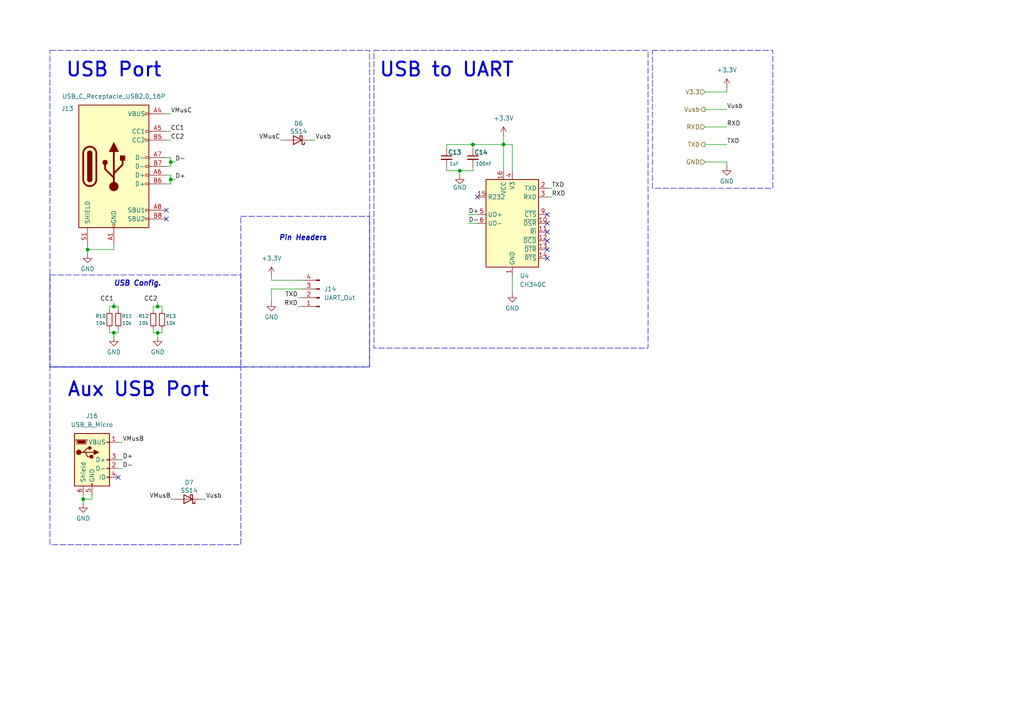
<source format=kicad_sch>
(kicad_sch (version 20250114) (generator "eeschema") (generator_version "9.0")
  (paper "A4")
  (lib_symbols
    (symbol "Connector:Conn_01x04_Pin" (pin_names (offset 1.016) (hide yes))
      (property "Reference" "J" (at 0 5.08 0))
      (property "Value" "Conn_01x04_Pin" (at 0 -7.62 0))
      (symbol "Conn_01x04_Pin_1_1"
        (rectangle (start 0.8636 2.667) (end 0 2.413) (stroke (width 0.1524)) (fill (type outline)))
        (rectangle (start 0.8636 0.127) (end 0 -0.127) (stroke (width 0.1524)) (fill (type outline)))
        (rectangle (start 0.8636 -2.413) (end 0 -2.667) (stroke (width 0.1524)) (fill (type outline)))
        (rectangle (start 0.8636 -4.953) (end 0 -5.207) (stroke (width 0.1524)) (fill (type outline)))
        (polyline (pts (xy 1.27 2.54) (xy 0.8636 2.54)) (stroke (width 0.1524)))
        (polyline (pts (xy 1.27 0) (xy 0.8636 0)) (stroke (width 0.1524)))
        (polyline (pts (xy 1.27 -2.54) (xy 0.8636 -2.54)) (stroke (width 0.1524)))
        (polyline (pts (xy 1.27 -5.08) (xy 0.8636 -5.08)) (stroke (width 0.1524)))
        (pin passive line (at 5.08 2.54 180) (length 3.81) (name "Pin_1") (number "1"))
        (pin passive line (at 5.08 0 180) (length 3.81) (name "Pin_2") (number "2"))
        (pin passive line (at 5.08 -2.54 180) (length 3.81) (name "Pin_3") (number "3"))
        (pin passive line (at 5.08 -5.08 180) (length 3.81) (name "Pin_4") (number "4"))
      )
    )
    (symbol "Connector:USB_B_Micro" (pin_names (offset 1.016))
      (property "Reference" "J" (at -5.08 11.43 0))
      (property "Value" "USB_B_Micro" (at -5.08 8.89 0))
      (symbol "USB_B_Micro_0_1"
        (rectangle (start -5.08 -7.62) (end 5.08 7.62) (stroke (width 0.254)) (fill (type background)))
        (polyline (pts (xy -4.699 5.842) (xy -4.699 5.588) (xy -4.445 4.826) (xy -4.445 4.572) (xy -1.651 4.572) (xy -1.651 4.826) (xy -1.397 5.588) (xy -1.397 5.842) (xy -4.699 5.842)))
        (polyline (pts (xy -4.318 5.588) (xy -1.778 5.588) (xy -2.032 4.826) (xy -4.064 4.826) (xy -4.318 5.588)) (fill (type outline)))
        (circle (center -3.81 2.159) (radius 0.635) (stroke (width 0.254)) (fill (type outline)))
        (polyline (pts (xy -3.175 2.159) (xy -2.54 2.159) (xy -1.27 3.429) (xy -0.635 3.429)) (stroke (width 0.254)))
        (polyline (pts (xy -2.54 2.159) (xy -1.905 2.159) (xy -1.27 0.889) (xy 0 0.889)) (stroke (width 0.254)))
        (polyline (pts (xy -1.905 2.159) (xy 0.635 2.159)) (stroke (width 0.254)))
        (circle (center -0.635 3.429) (radius 0.381) (stroke (width 0.254)) (fill (type outline)))
        (rectangle (start -0.127 -7.62) (end 0.127 -6.858))
        (rectangle (start 0.254 1.27) (end -0.508 0.508) (stroke (width 0.254)) (fill (type outline)))
        (polyline (pts (xy 0.635 2.794) (xy 0.635 1.524) (xy 1.905 2.159) (xy 0.635 2.794)) (stroke (width 0.254)) (fill (type outline)))
        (rectangle (start 5.08 4.953) (end 4.318 5.207))
        (rectangle (start 5.08 -0.127) (end 4.318 0.127))
        (rectangle (start 5.08 -2.667) (end 4.318 -2.413))
        (rectangle (start 5.08 -5.207) (end 4.318 -4.953))
      )
      (symbol "USB_B_Micro_1_1"
        (pin passive line (at -2.54 -10.16 90) (length 2.54) (name "Shield") (number "6"))
        (pin power_out line (at 0 -10.16 90) (length 2.54) (name "GND") (number "5"))
        (pin power_out line (at 7.62 5.08 180) (length 2.54) (name "VBUS") (number "1"))
        (pin bidirectional line (at 7.62 0 180) (length 2.54) (name "D+") (number "3"))
        (pin bidirectional line (at 7.62 -2.54 180) (length 2.54) (name "D-") (number "2"))
        (pin passive line (at 7.62 -5.08 180) (length 2.54) (name "ID") (number "4"))
      )
    )
    (symbol "Connector:USB_C_Receptacle_USB2.0_16P" (pin_names (offset 1.016))
      (property "Reference" "J" (at 0 22.225 0))
      (property "Value" "USB_C_Receptacle_USB2.0_16P" (at 0 19.685 0))
      (symbol "USB_C_Receptacle_USB2.0_16P_0_0"
        (rectangle (start -0.254 -17.78) (end 0.254 -16.764))
        (rectangle (start 10.16 15.494) (end 9.144 14.986))
        (rectangle (start 10.16 10.414) (end 9.144 9.906))
        (rectangle (start 10.16 7.874) (end 9.144 7.366))
        (rectangle (start 10.16 2.794) (end 9.144 2.286))
        (rectangle (start 10.16 0.254) (end 9.144 -0.254))
        (rectangle (start 10.16 -2.286) (end 9.144 -2.794))
        (rectangle (start 10.16 -4.826) (end 9.144 -5.334))
        (rectangle (start 10.16 -12.446) (end 9.144 -12.954))
        (rectangle (start 10.16 -14.986) (end 9.144 -15.494))
      )
      (symbol "USB_C_Receptacle_USB2.0_16P_0_1"
        (rectangle (start -10.16 17.78) (end 10.16 -17.78) (stroke (width 0.254)) (fill (type background)))
        (polyline (pts (xy -8.89 -3.81) (xy -8.89 3.81)) (stroke (width 0.508)))
        (rectangle (start -7.62 -3.81) (end -6.35 3.81) (stroke (width 0.254)) (fill (type outline)))
        (arc (start -7.62 3.81) (mid -6.985 4.4423) (end -6.35 3.81) (stroke (width 0.254)))
        (arc (start -7.62 3.81) (mid -6.985 4.4423) (end -6.35 3.81) (stroke (width 0.254)) (fill (type outline)))
        (arc (start -8.89 3.81) (mid -6.985 5.7067) (end -5.08 3.81) (stroke (width 0.508)))
        (arc (start -5.08 -3.81) (mid -6.985 -5.7067) (end -8.89 -3.81) (stroke (width 0.508)))
        (arc (start -6.35 -3.81) (mid -6.985 -4.4423) (end -7.62 -3.81) (stroke (width 0.254)))
        (arc (start -6.35 -3.81) (mid -6.985 -4.4423) (end -7.62 -3.81) (stroke (width 0.254)) (fill (type outline)))
        (polyline (pts (xy -5.08 3.81) (xy -5.08 -3.81)) (stroke (width 0.508)))
        (circle (center -2.54 1.143) (radius 0.635) (stroke (width 0.254)) (fill (type outline)))
        (polyline (pts (xy -1.27 4.318) (xy 0 6.858) (xy 1.27 4.318) (xy -1.27 4.318)) (stroke (width 0.254)) (fill (type outline)))
        (polyline (pts (xy 0 -2.032) (xy 2.54 0.508) (xy 2.54 1.778)) (stroke (width 0.508)))
        (polyline (pts (xy 0 -3.302) (xy -2.54 -0.762) (xy -2.54 0.508)) (stroke (width 0.508)))
        (polyline (pts (xy 0 -5.842) (xy 0 4.318)) (stroke (width 0.508)))
        (circle (center 0 -5.842) (radius 1.27) (fill (type outline)))
        (rectangle (start 1.905 1.778) (end 3.175 3.048) (stroke (width 0.254)) (fill (type outline)))
      )
      (symbol "USB_C_Receptacle_USB2.0_16P_1_1"
        (pin passive line (at -7.62 -22.86 90) (length 5.08) (name "SHIELD") (number "S1"))
        (pin passive line (at 0 -22.86 90) (length 5.08) (name "GND") (number "A1"))
        (pin passive line (at 0 -22.86 90) (length 5.08) (hide yes) (name "GND") (number "A12"))
        (pin passive line (at 0 -22.86 90) (length 5.08) (hide yes) (name "GND") (number "B1"))
        (pin passive line (at 0 -22.86 90) (length 5.08) (hide yes) (name "GND") (number "B12"))
        (pin passive line (at 15.24 15.24 180) (length 5.08) (name "VBUS") (number "A4"))
        (pin passive line (at 15.24 15.24 180) (length 5.08) (hide yes) (name "VBUS") (number "A9"))
        (pin passive line (at 15.24 15.24 180) (length 5.08) (hide yes) (name "VBUS") (number "B4"))
        (pin passive line (at 15.24 15.24 180) (length 5.08) (hide yes) (name "VBUS") (number "B9"))
        (pin bidirectional line (at 15.24 10.16 180) (length 5.08) (name "CC1") (number "A5"))
        (pin bidirectional line (at 15.24 7.62 180) (length 5.08) (name "CC2") (number "B5"))
        (pin bidirectional line (at 15.24 2.54 180) (length 5.08) (name "D-") (number "A7"))
        (pin bidirectional line (at 15.24 0 180) (length 5.08) (name "D-") (number "B7"))
        (pin bidirectional line (at 15.24 -2.54 180) (length 5.08) (name "D+") (number "A6"))
        (pin bidirectional line (at 15.24 -5.08 180) (length 5.08) (name "D+") (number "B6"))
        (pin bidirectional line (at 15.24 -12.7 180) (length 5.08) (name "SBU1") (number "A8"))
        (pin bidirectional line (at 15.24 -15.24 180) (length 5.08) (name "SBU2") (number "B8"))
      )
    )
    (symbol "Device:C_Small" (pin_numbers (hide yes)) (pin_names (offset 0.254) (hide yes))
      (property "Reference" "C" (at 0.254 1.778 0))
      (property "Value" "C_Small" (at 0.254 -2.032 0))
      (symbol "C_Small_0_1"
        (polyline (pts (xy -1.524 0.508) (xy 1.524 0.508)) (stroke (width 0.3048)))
        (polyline (pts (xy -1.524 -0.508) (xy 1.524 -0.508)) (stroke (width 0.3302)))
      )
      (symbol "C_Small_1_1"
        (pin passive line (at 0 2.54 270) (length 2.032) (name "~") (number "1"))
        (pin passive line (at 0 -2.54 90) (length 2.032) (name "~") (number "2"))
      )
    )
    (symbol "Device:D_Schottky" (pin_numbers (hide yes)) (pin_names (offset 1.016) (hide yes))
      (property "Reference" "D" (at 0 2.54 0))
      (property "Value" "D_Schottky" (at 0 -2.54 0))
      (symbol "D_Schottky_0_1"
        (polyline (pts (xy -1.905 0.635) (xy -1.905 1.27) (xy -1.27 1.27) (xy -1.27 -1.27) (xy -0.635 -1.27) (xy -0.635 -0.635)) (stroke (width 0.254)))
        (polyline (pts (xy 1.27 1.27) (xy 1.27 -1.27) (xy -1.27 0) (xy 1.27 1.27)) (stroke (width 0.254)))
        (polyline (pts (xy 1.27 0) (xy -1.27 0)))
      )
      (symbol "D_Schottky_1_1"
        (pin passive line (at -3.81 0 0) (length 2.54) (name "K") (number "1"))
        (pin passive line (at 3.81 0 180) (length 2.54) (name "A") (number "2"))
      )
    )
    (symbol "Device:R_Small" (pin_numbers (hide yes)) (pin_names (offset 0.254) (hide yes))
      (property "Reference" "R" (at 0 0 90))
      (property "Value" "R_Small" (at 1.778 0 90))
      (symbol "R_Small_0_1"
        (rectangle (start -0.762 1.778) (end 0.762 -1.778) (stroke (width 0.2032)))
      )
      (symbol "R_Small_1_1"
        (pin passive line (at 0 2.54 270) (length 0.762) (name "~") (number "1"))
        (pin passive line (at 0 -2.54 90) (length 0.762) (name "~") (number "2"))
      )
    )
    (symbol "Interface_USB:CH340C"
      (property "Reference" "U" (at -5.08 13.97 0))
      (property "Value" "CH340C" (at 1.27 13.97 0))
      (symbol "CH340C_0_1"
        (rectangle (start -7.62 12.7) (end 7.62 -12.7) (stroke (width 0.254)) (fill (type background)))
      )
      (symbol "CH340C_1_1"
        (pin input line (at -10.16 7.62 0) (length 2.54) (name "R232") (number "15"))
        (pin bidirectional line (at -10.16 2.54 0) (length 2.54) (name "UD+") (number "5"))
        (pin bidirectional line (at -10.16 0 0) (length 2.54) (name "UD-") (number "6"))
        (pin no_connect line (at -7.62 -5.08 0) (length 2.54) (hide yes) (name "NC") (number "7"))
        (pin no_connect line (at -7.62 -7.62 0) (length 2.54) (hide yes) (name "NC") (number "8"))
        (pin power_in line (at -2.54 15.24 270) (length 2.54) (name "VCC") (number "16"))
        (pin power_out line (at 0 15.24 270) (length 2.54) (name "V3") (number "4"))
        (pin power_in line (at 0 -15.24 90) (length 2.54) (name "GND") (number "1"))
        (pin output line (at 10.16 10.16 180) (length 2.54) (name "TXD") (number "2"))
        (pin input line (at 10.16 7.62 180) (length 2.54) (name "RXD") (number "3"))
        (pin input line (at 10.16 2.54 180) (length 2.54) (name "~{CTS}") (number "9"))
        (pin input line (at 10.16 0 180) (length 2.54) (name "~{DSR}") (number "10"))
        (pin input line (at 10.16 -2.54 180) (length 2.54) (name "~{RI}") (number "11"))
        (pin input line (at 10.16 -5.08 180) (length 2.54) (name "~{DCD}") (number "12"))
        (pin output line (at 10.16 -7.62 180) (length 2.54) (name "~{DTR}") (number "13"))
        (pin output line (at 10.16 -10.16 180) (length 2.54) (name "~{RTS}") (number "14"))
      )
    )
    (symbol "power:+3.3V" (power) (pin_numbers (hide yes)) (pin_names (offset 0) (hide yes))
      (property "Value" "+3.3V" (at 0 3.556 0))
      (symbol "+3.3V_0_1"
        (polyline (pts (xy -0.762 1.27) (xy 0 2.54)))
        (polyline (pts (xy 0 2.54) (xy 0.762 1.27)))
        (polyline (pts (xy 0 0) (xy 0 2.54)))
      )
      (symbol "+3.3V_1_1"
        (pin power_in line (at 0 0 90) (length 0) (name "~") (number "1"))
      )
    )
    (symbol "power:GND" (power) (pin_numbers (hide yes)) (pin_names (offset 0) (hide yes))
      (property "Value" "GND" (at 0 -3.81 0))
      (symbol "GND_0_1"
        (polyline (pts (xy 0 0) (xy 0 -1.27) (xy 1.27 -1.27) (xy 0 -2.54) (xy -1.27 -1.27) (xy 0 -1.27)))
      )
      (symbol "GND_1_1"
        (pin power_in line (at 0 0 270) (length 0) (name "~") (number "1"))
      )
    )
  )
  (rectangle (start 14.478 14.605) (end 107.188 106.426) (stroke (width 0) (type dash)))
  (rectangle (start 108.458 14.605) (end 187.96 100.965) (stroke (width 0) (type dash)))
  (rectangle (start 14.478 106.426) (end 69.85 157.988) (stroke (width 0) (type dash)))
  (rectangle (start 14.478 79.756) (end 69.85 106.426) (stroke (width 0) (type dash)))
  (rectangle (start 69.85 62.738) (end 107.188 106.426) (stroke (width 0) (type dash)))
  (rectangle (start 189.23 14.605) (end 224.155 54.61) (stroke (width 0) (type dash)))
  (text "USB to UART \n" (at 131.064 20.32 0) (effects (font (size 4 4) (thickness 0.6) (bold yes))))
  (text "Pin Headers\n" (at 87.884 69.088 0) (effects (font (size 1.5 1.5) (thickness 0.3) (bold yes) (italic yes))))
  (text "USB Config." (at 39.878 82.296 0) (effects (font (size 1.5 1.5) (thickness 0.3) (bold yes) (italic yes))))
  (text "USB Port" (at 33.02 20.32 0) (effects (font (size 4 4) (thickness 0.6) (bold yes))))
  (text "Aux USB Port" (at 40.132 113.03 0) (effects (font (size 4 4) (thickness 0.6) (bold yes))))
  (junction (at 45.72 96.52))
  (junction (at 137.16 41.91))
  (junction (at 133.35 49.53))
  (junction (at 146.05 41.91))
  (junction (at 24.13 144.78))
  (junction (at 25.4 72.39))
  (junction (at 49.53 52.07))
  (junction (at 33.02 96.52))
  (junction (at 45.72 88.9))
  (junction (at 33.02 88.9))
  (junction (at 49.53 46.99))
  (no_connect (at 48.26 60.96))
  (no_connect (at 158.75 69.85))
  (no_connect (at 158.75 67.31))
  (no_connect (at 34.29 138.43))
  (no_connect (at 158.75 64.77))
  (no_connect (at 138.43 57.15))
  (no_connect (at 158.75 72.39))
  (no_connect (at 158.75 74.93))
  (no_connect (at 158.75 62.23))
  (no_connect (at 48.26 63.5))
  (wire (pts (xy 210.82 26.67) (xy 210.82 25.4)))
  (wire (pts (xy 46.99 88.9) (xy 46.99 90.17)))
  (wire (pts (xy 204.47 41.91) (xy 210.82 41.91)))
  (wire (pts (xy 49.53 48.26) (xy 49.53 46.99)))
  (wire (pts (xy 44.45 95.25) (xy 44.45 96.52)))
  (wire (pts (xy 87.63 83.82) (xy 78.74 83.82)))
  (wire (pts (xy 148.59 80.01) (xy 148.59 85.09)))
  (wire (pts (xy 31.75 88.9) (xy 31.75 90.17)))
  (wire (pts (xy 137.16 41.91) (xy 137.16 43.18)))
  (wire (pts (xy 48.26 53.34) (xy 49.53 53.34)))
  (wire (pts (xy 35.56 133.35) (xy 34.29 133.35)))
  (wire (pts (xy 34.29 128.27) (xy 35.56 128.27)))
  (wire (pts (xy 86.36 86.36) (xy 87.63 86.36)))
  (wire (pts (xy 46.99 96.52) (xy 46.99 95.25)))
  (wire (pts (xy 45.72 87.63) (xy 45.72 88.9)))
  (wire (pts (xy 25.4 72.39) (xy 25.4 73.66)))
  (wire (pts (xy 78.74 80.01) (xy 78.74 81.28)))
  (wire (pts (xy 24.13 144.78) (xy 24.13 146.05)))
  (wire (pts (xy 204.47 26.67) (xy 210.82 26.67)))
  (wire (pts (xy 158.75 57.15) (xy 160.02 57.15)))
  (wire (pts (xy 48.26 33.02) (xy 49.53 33.02)))
  (wire (pts (xy 34.29 96.52) (xy 34.29 95.25)))
  (wire (pts (xy 210.82 46.99) (xy 204.47 46.99)))
  (wire (pts (xy 137.16 41.91) (xy 146.05 41.91)))
  (wire (pts (xy 135.89 64.77) (xy 138.43 64.77)))
  (wire (pts (xy 33.02 96.52) (xy 33.02 97.79)))
  (wire (pts (xy 146.05 41.91) (xy 146.05 49.53)))
  (wire (pts (xy 24.13 144.78) (xy 26.67 144.78)))
  (wire (pts (xy 146.05 39.37) (xy 146.05 41.91)))
  (wire (pts (xy 49.53 45.72) (xy 48.26 45.72)))
  (wire (pts (xy 25.4 72.39) (xy 33.02 72.39)))
  (wire (pts (xy 146.05 41.91) (xy 148.59 41.91)))
  (wire (pts (xy 33.02 72.39) (xy 33.02 71.12)))
  (wire (pts (xy 44.45 88.9) (xy 44.45 90.17)))
  (wire (pts (xy 133.35 49.53) (xy 129.54 49.53)))
  (wire (pts (xy 49.53 144.78) (xy 50.8 144.78)))
  (wire (pts (xy 49.53 46.99) (xy 50.8 46.99)))
  (wire (pts (xy 49.53 52.07) (xy 49.53 50.8)))
  (wire (pts (xy 133.35 49.53) (xy 133.35 50.8)))
  (wire (pts (xy 49.53 52.07) (xy 50.8 52.07)))
  (wire (pts (xy 204.47 31.75) (xy 210.82 31.75)))
  (wire (pts (xy 33.02 88.9) (xy 34.29 88.9)))
  (wire (pts (xy 48.26 48.26) (xy 49.53 48.26)))
  (wire (pts (xy 148.59 41.91) (xy 148.59 49.53)))
  (wire (pts (xy 204.47 36.83) (xy 210.82 36.83)))
  (wire (pts (xy 35.56 135.89) (xy 34.29 135.89)))
  (wire (pts (xy 48.26 40.64) (xy 49.53 40.64)))
  (wire (pts (xy 26.67 144.78) (xy 26.67 143.51)))
  (wire (pts (xy 86.36 88.9) (xy 87.63 88.9)))
  (wire (pts (xy 137.16 49.53) (xy 137.16 48.26)))
  (wire (pts (xy 45.72 88.9) (xy 46.99 88.9)))
  (wire (pts (xy 45.72 88.9) (xy 44.45 88.9)))
  (wire (pts (xy 25.4 71.12) (xy 25.4 72.39)))
  (wire (pts (xy 31.75 95.25) (xy 31.75 96.52)))
  (wire (pts (xy 49.53 50.8) (xy 48.26 50.8)))
  (wire (pts (xy 129.54 43.18) (xy 129.54 41.91)))
  (wire (pts (xy 31.75 96.52) (xy 33.02 96.52)))
  (wire (pts (xy 133.35 49.53) (xy 137.16 49.53)))
  (wire (pts (xy 135.89 62.23) (xy 138.43 62.23)))
  (wire (pts (xy 129.54 41.91) (xy 137.16 41.91)))
  (wire (pts (xy 87.63 81.28) (xy 78.74 81.28)))
  (wire (pts (xy 129.54 48.26) (xy 129.54 49.53)))
  (wire (pts (xy 34.29 88.9) (xy 34.29 90.17)))
  (wire (pts (xy 33.02 96.52) (xy 34.29 96.52)))
  (wire (pts (xy 24.13 143.51) (xy 24.13 144.78)))
  (wire (pts (xy 78.74 83.82) (xy 78.74 87.63)))
  (wire (pts (xy 33.02 87.63) (xy 33.02 88.9)))
  (wire (pts (xy 33.02 88.9) (xy 31.75 88.9)))
  (wire (pts (xy 48.26 38.1) (xy 49.53 38.1)))
  (wire (pts (xy 49.53 46.99) (xy 49.53 45.72)))
  (wire (pts (xy 58.42 144.78) (xy 59.69 144.78)))
  (wire (pts (xy 158.75 54.61) (xy 160.02 54.61)))
  (wire (pts (xy 49.53 53.34) (xy 49.53 52.07)))
  (wire (pts (xy 45.72 96.52) (xy 45.72 97.79)))
  (wire (pts (xy 90.17 40.64) (xy 91.44 40.64)))
  (wire (pts (xy 44.45 96.52) (xy 45.72 96.52)))
  (wire (pts (xy 81.28 40.64) (xy 82.55 40.64)))
  (wire (pts (xy 210.82 48.26) (xy 210.82 46.99)))
  (wire (pts (xy 45.72 96.52) (xy 46.99 96.52)))
  (label "RXD" (at 210.82 36.83 0))
  (label "Vusb" (at 91.44 40.64 0))
  (label "VMusC" (at 81.28 40.64 180))
  (label "VMusB" (at 35.56 128.27 0))
  (label "VMusC" (at 49.53 33.02 0))
  (label "Vusb" (at 210.82 31.75 0))
  (label "D+" (at 135.89 62.23 0))
  (label "VMusB" (at 49.53 144.78 180))
  (label "RXD" (at 160.02 57.15 0))
  (label "CC2" (at 45.72 87.63 180))
  (label "D+" (at 35.56 133.35 0))
  (label "TXD" (at 210.82 41.91 0))
  (label "CC1" (at 49.53 38.1 0))
  (label "CC2" (at 49.53 40.64 0))
  (label "RXD" (at 86.36 88.9 180))
  (label "D+" (at 50.8 52.07 0))
  (label "TXD" (at 86.36 86.36 180))
  (label "TXD" (at 160.02 54.61 0))
  (label "Vusb" (at 59.69 144.78 0))
  (label "D-" (at 135.89 64.77 0))
  (label "D-" (at 35.56 135.89 0))
  (label "D-" (at 50.8 46.99 0))
  (label "CC1" (at 33.02 87.63 180))
  (hierarchical_label "TXD" (shape output) (at 204.47 41.91 180))
  (hierarchical_label "Vusb" (shape output) (at 204.47 31.75 180))
  (hierarchical_label "GND" (shape input) (at 204.47 46.99 180))
  (hierarchical_label "RXD" (shape input) (at 204.47 36.83 180))
  (hierarchical_label "V3.3" (shape input) (at 204.47 26.67 180))
  (symbol (lib_id "power:+3.3V") (at 210.82 25.4 0) (unit 1)
    (property "Reference" "#PWR043" (effects (hide yes)))
    (property "Value" "+3.3V" (at 210.82 20.32 0))
    (property "Description" "Power symbol creates a global label with name \"+3.3V\"" (effects (hide yes)))
    (instances (project "Man-I-Love-Facturas-V2" (path "" (reference "#PWR043") (unit 1))) (project "Man-I-Love-Facturas-V2" (path "" (reference "#PWR045") (unit 1))))
  )
  (symbol (lib_id "Device:R_Small") (at 31.75 92.71 180) (unit 1)
    (property "Reference" "R10" (at 29.21 91.694 0) (effects (font (size 1 1))))
    (property "Value" "10k" (at 29.21 93.726 0) (effects (font (size 1 1))))
    (property "Footprint" "Resistor_SMD:R_0603_1608Metric" (effects (hide yes)))
    (property "Description" "Resistor, small symbol" (effects (hide yes)))
  )
  (symbol (lib_id "power:GND") (at 78.74 87.63 0) (unit 1)
    (property "Reference" "#PWR050" (effects (hide yes)))
    (property "Value" "GND" (at 78.74 91.948 0))
    (property "Description" "Power symbol creates a global label with name \"GND\" , ground" (effects (hide yes)))
    (instances (project "Man-I-Love-Facturas-V2" (path "" (reference "#PWR050") (unit 1))) (project "Man-I-Love-Facturas-V2" (path "" (reference "#PWR035") (unit 1))))
  )
  (symbol (lib_id "power:GND") (at 133.35 50.8 0) (unit 1)
    (property "Reference" "#PWR046" (effects (hide yes)))
    (property "Value" "GND" (at 133.35 54.356 0))
    (property "Description" "Power symbol creates a global label with name \"GND\" , ground" (effects (hide yes)))
    (instances (project "Man-I-Love-Facturas-V2" (path "" (reference "#PWR046") (unit 1))) (project "Man-I-Love-Facturas-V2" (path "" (reference "#PWR043") (unit 1))))
  )
  (symbol (lib_id "Device:C_Small") (at 137.16 45.72 0) (unit 1)
    (property "Reference" "C14" (at 137.414 44.196 0) (effects (font (bold yes)) (justify left)))
    (property "Value" "100nF" (at 137.922 47.498 0) (effects (font (size 1 1)) (justify left)))
    (property "Footprint" "Capacitor_SMD:C_0603_1608Metric" (effects (hide yes)))
    (property "Description" "Unpolarized capacitor, small symbol" (effects (hide yes)))
    (instances (project "Man-I-Love-Facturas-V2" (path "" (reference "C14") (unit 1))) (project "Man-I-Love-Facturas-V2" (path "" (reference "C16") (unit 1))))
  )
  (symbol (lib_id "Connector:USB_B_Micro") (at 26.67 133.35 0) (unit 1)
    (property "Reference" "J16" (at 26.67 120.65 0))
    (property "Value" "USB_B_Micro" (at 26.67 123.19 0))
    (property "Footprint" "Connector_USB:USB_Micro-B_Amphenol_10104110_Horizontal" (effects (hide yes)))
    (property "Description" "USB Micro Type B connector" (effects (hide yes)))
  )
  (symbol (lib_id "Device:R_Small") (at 44.45 92.71 180) (unit 1)
    (property "Reference" "R12" (at 41.656 91.694 0) (effects (font (size 1 1))))
    (property "Value" "10k" (at 41.656 93.726 0) (effects (font (size 1 1))))
    (property "Footprint" "Resistor_SMD:R_0603_1608Metric" (effects (hide yes)))
    (property "Description" "Resistor, small symbol" (effects (hide yes)))
  )
  (symbol (lib_id "power:GND") (at 210.82 48.26 0) (unit 1)
    (property "Reference" "#PWR045" (effects (hide yes)))
    (property "Value" "GND" (at 210.82 52.578 0))
    (property "Description" "Power symbol creates a global label with name \"GND\" , ground" (effects (hide yes)))
    (instances (project "Man-I-Love-Facturas-V2" (path "" (reference "#PWR045") (unit 1))) (project "Man-I-Love-Facturas-V2" (path "" (reference "#PWR046") (unit 1))))
  )
  (symbol (lib_id "Device:D_Schottky") (at 54.61 144.78 180) (unit 1)
    (property "Reference" "D7" (at 54.864 139.954 0))
    (property "Value" "SS14" (at 54.864 142.24 0))
    (property "Footprint" "Diode_SMD:D_SMA" (effects (hide yes)))
    (property "Description" "Schottky diode" (effects (hide yes)))
  )
  (symbol (lib_id "Connector:USB_C_Receptacle_USB2.0_16P") (at 33.02 48.26 0) (unit 1)
    (property "Reference" "J13" (at 19.558 31.496 0))
    (property "Value" "USB_C_Receptacle_USB2.0_16P" (at 33.02 27.94 0))
    (property "Footprint" "Connector_USB:USB_C_Receptacle_GCT_USB4110" (effects (hide yes)))
    (property "Datasheet" "https://www.usb.org/sites/default/files/documents/usb_type-c.zip" (effects (hide yes)))
    (property "Description" "USB 2.0-only 16P Type-C Receptacle connector" (effects (hide yes)))
  )
  (symbol (lib_id "Device:D_Schottky") (at 86.36 40.64 180) (unit 1)
    (property "Reference" "D6" (at 86.614 35.814 0))
    (property "Value" "SS14" (at 86.614 38.1 0))
    (property "Footprint" "Diode_SMD:D_SMA" (effects (hide yes)))
    (property "Description" "Schottky diode" (effects (hide yes)))
  )
  (symbol (lib_id "power:+3.3V") (at 146.05 39.37 0) (unit 1)
    (property "Reference" "#PWR044" (effects (hide yes)))
    (property "Value" "+3.3V" (at 146.05 34.29 0))
    (property "Description" "Power symbol creates a global label with name \"+3.3V\"" (effects (hide yes)))
    (instances (project "Man-I-Love-Facturas-V2" (path "" (reference "#PWR044") (unit 1))) (project "Man-I-Love-Facturas-V2" (path "" (reference "#PWR041") (unit 1))))
  )
  (symbol (lib_id "power:GND") (at 25.4 73.66 0) (unit 1)
    (property "Reference" "#PWR049" (effects (hide yes)))
    (property "Value" "GND" (at 25.4 77.978 0))
    (property "Description" "Power symbol creates a global label with name \"GND\" , ground" (effects (hide yes)))
    (instances (project "Man-I-Love-Facturas-V2" (path "" (reference "#PWR049") (unit 1))) (project "Man-I-Love-Facturas-V2" (path "" (reference "#PWR027") (unit 1))))
  )
  (symbol (lib_id "Interface_USB:CH340C") (at 148.59 64.77 0) (unit 1)
    (property "Reference" "U4" (at 150.7333 80.01 0) (effects (justify left)))
    (property "Value" "CH340C" (at 150.7333 82.55 0) (effects (justify left)))
    (property "Footprint" "Package_SO:SOIC-16_3.9x9.9mm_P1.27mm" (effects (hide yes)))
    (property "Datasheet" "https://datasheet.lcsc.com/szlcsc/Jiangsu-Qin-Heng-CH340C_C84681.pdf" (effects (hide yes)))
    (property "Description" "USB serial converter, crystal-less, UART, SOIC-16" (effects (hide yes)))
  )
  (symbol (lib_id "Device:R_Small") (at 34.29 92.71 180) (unit 1)
    (property "Reference" "R11" (at 36.83 91.694 0) (effects (font (size 1 1))))
    (property "Value" "10k" (at 36.83 93.726 0) (effects (font (size 1 1))))
    (property "Footprint" "Resistor_SMD:R_0603_1608Metric" (effects (hide yes)))
    (property "Description" "Resistor, small symbol" (effects (hide yes)))
  )
  (symbol (lib_id "power:+3.3V") (at 78.74 80.01 0) (unit 1)
    (property "Reference" "#PWR048" (effects (hide yes)))
    (property "Value" "+3.3V" (at 78.74 74.93 0))
    (property "Description" "Power symbol creates a global label with name \"+3.3V\"" (effects (hide yes)))
    (instances (project "Man-I-Love-Facturas-V2" (path "" (reference "#PWR048") (unit 1))) (project "Man-I-Love-Facturas-V2" (path "" (reference "#PWR028") (unit 1))))
  )
  (symbol (lib_id "power:GND") (at 45.72 97.79 0) (unit 1)
    (property "Reference" "#PWR053" (effects (hide yes)))
    (property "Value" "GND" (at 45.72 102.108 0))
    (property "Description" "Power symbol creates a global label with name \"GND\" , ground" (effects (hide yes)))
  )
  (symbol (lib_id "Device:C_Small") (at 129.54 45.72 0) (unit 1)
    (property "Reference" "C13" (at 129.794 44.196 0) (effects (font (bold yes)) (justify left)))
    (property "Value" "1uF" (at 130.302 47.498 0) (effects (font (size 1 1)) (justify left)))
    (property "Footprint" "Capacitor_SMD:C_0805_2012Metric" (effects (hide yes)))
    (property "Description" "Unpolarized capacitor, small symbol" (effects (hide yes)))
  )
  (symbol (lib_id "Connector:Conn_01x04_Pin") (at 92.71 86.36 180) (unit 1)
    (property "Reference" "J14" (at 93.98 83.8199 0) (effects (justify right)))
    (property "Value" "UART_Out" (at 93.98 86.3599 0) (effects (justify right)))
    (property "Footprint" "Connector_JST:JST_XH_S4B-XH-A_1x04_P2.50mm_Horizontal" (effects (hide yes)))
    (property "Description" "Generic connector, single row, 01x04, script generated" (effects (hide yes)))
  )
  (symbol (lib_id "power:GND") (at 148.59 85.09 0) (unit 1)
    (property "Reference" "#PWR051" (effects (hide yes)))
    (property "Value" "GND" (at 148.59 89.408 0))
    (property "Description" "Power symbol creates a global label with name \"GND\" , ground" (effects (hide yes)))
    (instances (project "Man-I-Love-Facturas-V2" (path "" (reference "#PWR051") (unit 1))) (project "Man-I-Love-Facturas-V2" (path "" (reference "#PWR042") (unit 1))))
  )
  (symbol (lib_id "power:GND") (at 24.13 146.05 0) (unit 1)
    (property "Reference" "#PWR055" (effects (hide yes)))
    (property "Value" "GND" (at 24.13 150.368 0))
    (property "Description" "Power symbol creates a global label with name \"GND\" , ground" (effects (hide yes)))
  )
  (symbol (lib_id "power:GND") (at 33.02 97.79 0) (unit 1)
    (property "Reference" "#PWR052" (effects (hide yes)))
    (property "Value" "GND" (at 33.02 102.108 0))
    (property "Description" "Power symbol creates a global label with name \"GND\" , ground" (effects (hide yes)))
  )
  (symbol (lib_id "Device:R_Small") (at 46.99 92.71 180) (unit 1)
    (property "Reference" "R13" (at 49.53 91.694 0) (effects (font (size 1 1))))
    (property "Value" "10k" (at 49.53 93.726 0) (effects (font (size 1 1))))
    (property "Footprint" "Resistor_SMD:R_0603_1608Metric" (effects (hide yes)))
    (property "Description" "Resistor, small symbol" (effects (hide yes)))
  )
)
</source>
